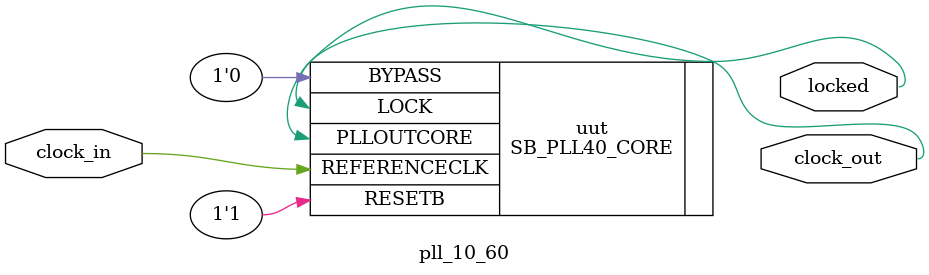
<source format=v>
/**
 * PLL configuration
 *
 * This Verilog module was generated automatically
 * using the icepll tool from the IceStorm project.
 * Use at your own risk.
 *
 * Given input frequency:        10.000 MHz
 * Requested output frequency:   60.000 MHz
 * Achieved output frequency:    60.000 MHz
 */

module pll_10_60(
    input  clock_in,
    output clock_out,
    output locked
    );

SB_PLL40_CORE #(
        .FEEDBACK_PATH("SIMPLE"),
        .DIVR(4'b0000),     // DIVR =  0
        .DIVF(7'b1011111),  // DIVF = 95
        .DIVQ(3'b100),      // DIVQ =  4
        .FILTER_RANGE(3'b001)  // FILTER_RANGE = 1
    ) uut (
        .LOCK(locked),
        .RESETB(1'b1),
        .BYPASS(1'b0),
        .REFERENCECLK(clock_in),
        .PLLOUTCORE(clock_out)
        );

endmodule

</source>
